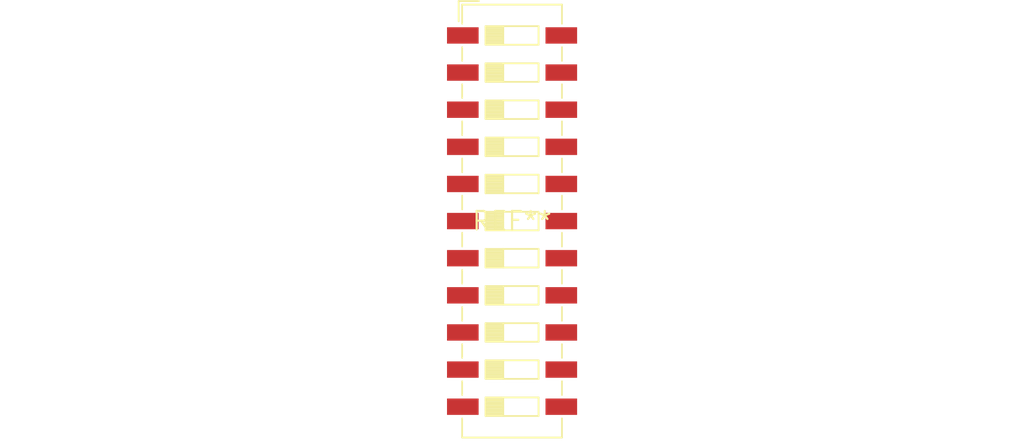
<source format=kicad_pcb>
(kicad_pcb (version 20240108) (generator pcbnew)
  (layers (0 "F.Cu" signal) (31 "B.Cu" signal) (34 "B.Paste" user) (35 "F.Paste" user) (36 "B.SilkS" user "B.Silkscreen") (37 "F.SilkS" user "F.Silkscreen") (38 "B.Mask" user) (39 "F.Mask" user) (44 "Edge.Cuts" user))
  (net 0 "")
  (footprint "SW_DIP_SPSTx11_Slide_6.7x29.5mm_W6.73mm_P2.54mm_LowProfile_JPin" (layer "F.Cu") (at 0 0)
    (property "Reference" "REF**")
    (property "Value" "SW_DIP_SPSTx11_Slide_6.7x29.5mm_W6.73mm_P2.54mm_LowProfile_JPin")
    (fp_line (start -3.65 -15.05) (end -3.65 -13.667) (layer "F.SilkS") (stroke (width 0.12)))
    (fp_line (start -3.65 -15.05) (end -2.267 -15.05) (layer "F.SilkS") (stroke (width 0.12)))
    (fp_line (start -3.41 -14.81) (end -3.41 -13.5) (layer "F.SilkS") (stroke (width 0.12)))
    (fp_line (start -3.41 -14.81) (end 3.41 -14.81) (layer "F.SilkS") (stroke (width 0.12)))
    (fp_line (start -3.41 -11.9) (end -3.41 -10.96) (layer "F.SilkS") (stroke (width 0.12)))
    (fp_line (start -3.41 -9.36) (end -3.41 -8.42) (layer "F.SilkS") (stroke (width 0.12)))
    (fp_line (start -3.41 -6.82) (end -3.41 -5.88) (layer "F.SilkS") (stroke (width 0.12)))
    (fp_line (start -3.41 -4.28) (end -3.41 -3.34) (layer "F.SilkS") (stroke (width 0.12)))
    (fp_line (start -3.41 -1.74) (end -3.41 -0.8) (layer "F.SilkS") (stroke (width 0.12)))
    (fp_line (start -3.41 0.8) (end -3.41 1.74) (layer "F.SilkS") (stroke (width 0.12)))
    (fp_line (start -3.41 3.34) (end -3.41 4.28) (layer "F.SilkS") (stroke (width 0.12)))
    (fp_line (start -3.41 5.88) (end -3.41 6.82) (layer "F.SilkS") (stroke (width 0.12)))
    (fp_line (start -3.41 8.42) (end -3.41 9.36) (layer "F.SilkS") (stroke (width 0.12)))
    (fp_line (start -3.41 10.96) (end -3.41 11.9) (layer "F.SilkS") (stroke (width 0.12)))
    (fp_line (start -3.41 13.5) (end -3.41 14.81) (layer "F.SilkS") (stroke (width 0.12)))
    (fp_line (start -3.41 14.81) (end 3.41 14.81) (layer "F.SilkS") (stroke (width 0.12)))
    (fp_line (start -1.81 -13.335) (end -1.81 -12.065) (layer "F.SilkS") (stroke (width 0.12)))
    (fp_line (start -1.81 -13.215) (end -0.603333 -13.215) (layer "F.SilkS") (stroke (width 0.12)))
    (fp_line (start -1.81 -13.095) (end -0.603333 -13.095) (layer "F.SilkS") (stroke (width 0.12)))
    (fp_line (start -1.81 -12.975) (end -0.603333 -12.975) (layer "F.SilkS") (stroke (width 0.12)))
    (fp_line (start -1.81 -12.855) (end -0.603333 -12.855) (layer "F.SilkS") (stroke (width 0.12)))
    (fp_line (start -1.81 -12.735) (end -0.603333 -12.735) (layer "F.SilkS") (stroke (width 0.12)))
    (fp_line (start -1.81 -12.615) (end -0.603333 -12.615) (layer "F.SilkS") (stroke (width 0.12)))
    (fp_line (start -1.81 -12.495) (end -0.603333 -12.495) (layer "F.SilkS") (stroke (width 0.12)))
    (fp_line (start -1.81 -12.375) (end -0.603333 -12.375) (layer "F.SilkS") (stroke (width 0.12)))
    (fp_line (start -1.81 -12.255) (end -0.603333 -12.255) (layer "F.SilkS") (stroke (width 0.12)))
    (fp_line (start -1.81 -12.135) (end -0.603333 -12.135) (layer "F.SilkS") (stroke (width 0.12)))
    (fp_line (start -1.81 -12.065) (end 1.81 -12.065) (layer "F.SilkS") (stroke (width 0.12)))
    (fp_line (start -1.81 -10.795) (end -1.81 -9.525) (layer "F.SilkS") (stroke (width 0.12)))
    (fp_line (start -1.81 -10.675) (end -0.603333 -10.675) (layer "F.SilkS") (stroke (width 0.12)))
    (fp_line (start -1.81 -10.555) (end -0.603333 -10.555) (layer "F.SilkS") (stroke (width 0.12)))
    (fp_line (start -1.81 -10.435) (end -0.603333 -10.435) (layer "F.SilkS") (stroke (width 0.12)))
    (fp_line (start -1.81 -10.315) (end -0.603333 -10.315) (layer "F.SilkS") (stroke (width 0.12)))
    (fp_line (start -1.81 -10.195) (end -0.603333 -10.195) (layer "F.SilkS") (stroke (width 0.12)))
    (fp_line (start -1.81 -10.075) (end -0.603333 -10.075) (layer "F.SilkS") (stroke (width 0.12)))
    (fp_line (start -1.81 -9.955) (end -0.603333 -9.955) (layer "F.SilkS") (stroke (width 0.12)))
    (fp_line (start -1.81 -9.835) (end -0.603333 -9.835) (layer "F.SilkS") (stroke (width 0.12)))
    (fp_line (start -1.81 -9.715) (end -0.603333 -9.715) (layer "F.SilkS") (stroke (width 0.12)))
    (fp_line (start -1.81 -9.595) (end -0.603333 -9.595) (layer "F.SilkS") (stroke (width 0.12)))
    (fp_line (start -1.81 -9.525) (end 1.81 -9.525) (layer "F.SilkS") (stroke (width 0.12)))
    (fp_line (start -1.81 -8.255) (end -1.81 -6.985) (layer "F.SilkS") (stroke (width 0.12)))
    (fp_line (start -1.81 -8.135) (end -0.603333 -8.135) (layer "F.SilkS") (stroke (width 0.12)))
    (fp_line (start -1.81 -8.015) (end -0.603333 -8.015) (layer "F.SilkS") (stroke (width 0.12)))
    (fp_line (start -1.81 -7.895) (end -0.603333 -7.895) (layer "F.SilkS") (stroke (width 0.12)))
    (fp_line (start -1.81 -7.775) (end -0.603333 -7.775) (layer "F.SilkS") (stroke (width 0.12)))
    (fp_line (start -1.81 -7.655) (end -0.603333 -7.655) (layer "F.SilkS") (stroke (width 0.12)))
    (fp_line (start -1.81 -7.535) (end -0.603333 -7.535) (layer "F.SilkS") (stroke (width 0.12)))
    (fp_line (start -1.81 -7.415) (end -0.603333 -7.415) (layer "F.SilkS") (stroke (width 0.12)))
    (fp_line (start -1.81 -7.295) (end -0.603333 -7.295) (layer "F.SilkS") (stroke (width 0.12)))
    (fp_line (start -1.81 -7.175) (end -0.603333 -7.175) (layer "F.SilkS") (stroke (width 0.12)))
    (fp_line (start -1.81 -7.055) (end -0.603333 -7.055) (layer "F.SilkS") (stroke (width 0.12)))
    (fp_line (start -1.81 -6.985) (end 1.81 -6.985) (layer "F.SilkS") (stroke (width 0.12)))
    (fp_line (start -1.81 -5.715) (end -1.81 -4.445) (layer "F.SilkS") (stroke (width 0.12)))
    (fp_line (start -1.81 -5.595) (end -0.603333 -5.595) (layer "F.SilkS") (stroke (width 0.12)))
    (fp_line (start -1.81 -5.475) (end -0.603333 -5.475) (layer "F.SilkS") (stroke (width 0.12)))
    (fp_line (start -1.81 -5.355) (end -0.603333 -5.355) (layer "F.SilkS") (stroke (width 0.12)))
    (fp_line (start -1.81 -5.235) (end -0.603333 -5.235) (layer "F.SilkS") (stroke (width 0.12)))
    (fp_line (start -1.81 -5.115) (end -0.603333 -5.115) (layer "F.SilkS") (stroke (width 0.12)))
    (fp_line (start -1.81 -4.995) (end -0.603333 -4.995) (layer "F.SilkS") (stroke (width 0.12)))
    (fp_line (start -1.81 -4.875) (end -0.603333 -4.875) (layer "F.SilkS") (stroke (width 0.12)))
    (fp_line (start -1.81 -4.755) (end -0.603333 -4.755) (layer "F.SilkS") (stroke (width 0.12)))
    (fp_line (start -1.81 -4.635) (end -0.603333 -4.635) (layer "F.SilkS") (stroke (width 0.12)))
    (fp_line (start -1.81 -4.515) (end -0.603333 -4.515) (layer "F.SilkS") (stroke (width 0.12)))
    (fp_line (start -1.81 -4.445) (end 1.81 -4.445) (layer "F.SilkS") (stroke (width 0.12)))
    (fp_line (start -1.81 -3.175) (end -1.81 -1.905) (layer "F.SilkS") (stroke (width 0.12)))
    (fp_line (start -1.81 -3.055) (end -0.603333 -3.055) (layer "F.SilkS") (stroke (width 0.12)))
    (fp_line (start -1.81 -2.935) (end -0.603333 -2.935) (layer "F.SilkS") (stroke (width 0.12)))
    (fp_line (start -1.81 -2.815) (end -0.603333 -2.815) (layer "F.SilkS") (stroke (width 0.12)))
    (fp_line (start -1.81 -2.695) (end -0.603333 -2.695) (layer "F.SilkS") (stroke (width 0.12)))
    (fp_line (start -1.81 -2.575) (end -0.603333 -2.575) (layer "F.SilkS") (stroke (width 0.12)))
    (fp_line (start -1.81 -2.455) (end -0.603333 -2.455) (layer "F.SilkS") (stroke (width 0.12)))
    (fp_line (start -1.81 -2.335) (end -0.603333 -2.335) (layer "F.SilkS") (stroke (width 0.12)))
    (fp_line (start -1.81 -2.215) (end -0.603333 -2.215) (layer "F.SilkS") (stroke (width 0.12)))
    (fp_line (start -1.81 -2.095) (end -0.603333 -2.095) (layer "F.SilkS") (stroke (width 0.12)))
    (fp_line (start -1.81 -1.975) (end -0.603333 -1.975) (layer "F.SilkS") (stroke (width 0.12)))
    (fp_line (start -1.81 -1.905) (end 1.81 -1.905) (layer "F.SilkS") (stroke (width 0.12)))
    (fp_line (start -1.81 -0.635) (end -1.81 0.635) (layer "F.SilkS") (stroke (width 0.12)))
    (fp_line (start -1.81 -0.515) (end -0.603333 -0.515) (layer "F.SilkS") (stroke (width 0.12)))
    (fp_line (start -1.81 -0.395) (end -0.603333 -0.395) (layer "F.SilkS") (stroke (width 0.12)))
    (fp_line (start -1.81 -0.275) (end -0.603333 -0.275) (layer "F.SilkS") (stroke (width 0.12)))
    (fp_line (start -1.81 -0.155) (end -0.603333 -0.155) (layer "F.SilkS") (stroke (width 0.12)))
    (fp_line (start -1.81 -0.035) (end -0.603333 -0.035) (layer "F.SilkS") (stroke (width 0.12)))
    (fp_line (start -1.81 0.085) (end -0.603333 0.085) (layer "F.SilkS") (stroke (width 0.12)))
    (fp_line (start -1.81 0.205) (end -0.603333 0.205) (layer "F.SilkS") (stroke (width 0.12)))
    (fp_line (start -1.81 0.325) (end -0.603333 0.325) (layer "F.SilkS") (stroke (width 0.12)))
    (fp_line (start -1.81 0.445) (end -0.603333 0.445) (layer "F.SilkS") (stroke (width 0.12)))
    (fp_line (start -1.81 0.565) (end -0.603333 0.565) (layer "F.SilkS") (stroke (width 0.12)))
    (fp_line (start -1.81 0.635) (end 1.81 0.635) (layer "F.SilkS") (stroke (width 0.12)))
    (fp_line (start -1.81 1.905) (end -1.81 3.175) (layer "F.SilkS") (stroke (width 0.12)))
    (fp_line (start -1.81 2.025) (end -0.603333 2.025) (layer "F.SilkS") (stroke (width 0.12)))
    (fp_line (start -1.81 2.145) (end -0.603333 2.145) (layer "F.SilkS") (stroke (width 0.12)))
    (fp_line (start -1.81 2.265) (end -0.603333 2.265) (layer "F.SilkS") (stroke (width 0.12)))
    (fp_line (start -1.81 2.385) (end -0.603333 2.385) (layer "F.SilkS") (stroke (width 0.12)))
    (fp_line (start -1.81 2.505) (end -0.603333 2.505) (layer "F.SilkS") (stroke (width 0.12)))
    (fp_line (start -1.81 2.625) (end -0.603333 2.625) (layer "F.SilkS") (stroke (width 0.12)))
    (fp_line (start -1.81 2.745) (end -0.603333 2.745) (layer "F.SilkS") (stroke (width 0.12)))
    (fp_line (start -1.81 2.865) (end -0.603333 2.865) (layer "F.SilkS") (stroke (width 0.12)))
    (fp_line (start -1.81 2.985) (end -0.603333 2.985) (layer "F.SilkS") (stroke (width 0.12)))
    (fp_line (start -1.81 3.105) (end -0.603333 3.105) (layer "F.SilkS") (stroke (width 0.12)))
    (fp_line (start -1.81 3.175) (end 1.81 3.175) (layer "F.SilkS") (stroke (width 0.12)))
    (fp_line (start -1.81 4.445) (end -1.81 5.715) (layer "F.SilkS") (stroke (width 0.12)))
    (fp_line (start -1.81 4.565) (end -0.603333 4.565) (layer "F.SilkS") (stroke (width 0.12)))
    (fp_line (start -1.81 4.685) (end -0.603333 4.685) (layer "F.SilkS") (stroke (width 0.12)))
    (fp_line (start -1.81 4.805) (end -0.603333 4.805) (layer "F.SilkS") (stroke (width 0.12)))
    (fp_line (start -1.81 4.925) (end -0.603333 4.925) (layer "F.SilkS") (stroke (width 0.12)))
    (fp_line (start -1.81 5.045) (end -0.603333 5.045) (layer "F.SilkS") (stroke (width 0.12)))
    (fp_line (start -1.81 5.165) (end -0.603333 5.165) (layer "F.SilkS") (stroke (width 0.12)))
    (fp_line (start -1.81 5.285) (end -0.603333 5.285) (layer "F.SilkS") (stroke (width 0.12)))
    (fp_line (start -1.81 5.405) (end -0.603333 5.405) (layer "F.SilkS") (stroke (width 0.12)))
    (fp_line (start -1.81 5.525) (end -0.603333 5.525) (layer "F.SilkS") (stroke (width 0.12)))
    (fp_line (start -1.81 5.645) (end -0.603333 5.645) (layer "F.SilkS") (stroke (width 0.12)))
    (fp_line (start -1.81 5.715) (end 1.81 5.715) (layer "F.SilkS") (stroke (width 0.12)))
    (fp_line (start -1.81 6.985) (end -1.81 8.255) (layer "F.SilkS") (stroke (width 0.12)))
    (fp_line (start -1.81 7.105) (end -0.603333 7.105) (layer "F.SilkS") (stroke (width 0.12)))
    (fp_line (start -1.81 7.225) (end -0.603333 7.225) (layer "F.SilkS") (stroke (width 0.12)))
    (fp_line (start -1.81 7.345) (end -0.603333 7.345) (layer "F.SilkS") (stroke (width 0.12)))
    (fp_line (start -1.81 7.465) (end -0.603333 7.465) (layer "F.SilkS") (stroke (width 0.12)))
    (fp_line (start -1.81 7.585) (end -0.603333 7.585) (layer "F.SilkS") (stroke (width 0.12)))
    (fp_line (start -1.81 7.705) (end -0.603333 7.705) (layer "F.SilkS") (stroke (width 0.12)))
    (fp_line (start -1.81 7.825) (end -0.603333 7.825) (layer "F.SilkS") (stroke (width 0.12)))
    (fp_line (start -1.81 7.945) (end -0.603333 7.945) (layer "F.SilkS") (stroke (width 0.12)))
    (fp_line (start -1.81 8.065) (end -0.603333 8.065) (layer "F.SilkS") (stroke (width 0.12)))
    (fp_line (start -1.81 8.185) (end -0.603333 8.185) (layer "F.SilkS") (stroke (width 0.12)))
    (fp_line (start -1.81 8.255) (end 1.81 8.255) (layer "F.SilkS") (stroke (width 0.12)))
    (fp_line (start -1.81 9.525) (end -1.81 10.795) (layer "F.SilkS") (stroke (width 0.12)))
    (fp_line (start -1.81 9.645) (end -0.603333 9.645) (layer "F.SilkS") (stroke (width 0.12)))
    (fp_line (start -1.81 9.765) (end -0.603333 9.765) (layer "F.SilkS") (stroke (width 0.12)))
    (fp_line (start -1.81 9.885) (end -0.603333 9.885) (layer "F.SilkS") (stroke (width 0.12)))
    (fp_line (start -1.81 10.005) (end -0.603333 10.005) (layer "F.SilkS") (stroke (width 0.12)))
    (fp_line (start -1.81 10.125) (end -0.603333 10.125) (layer "F.SilkS") (stroke (width 0.12)))
    (fp_line (start -1.81 10.245) (end -0.603333 10.245) (layer "F.SilkS") (stroke (width 0.12)))
    (fp_line (start -1.81 10.365) (end -0.603333 10.365) (layer "F.SilkS") (stroke (width 0.12)))
    (fp_line (start -1.81 10.485) (end -0.603333 10.485) (layer "F.SilkS") (stroke (width 0.12)))
    (fp_line (start -1.81 10.605) (end -0.603333 10.605) (layer "F.SilkS") (stroke (width 0.12)))
    (fp_line (start -1.81 10.725) (end -0.603333 10.725) (layer "F.SilkS") (stroke (width 0.12)))
    (fp_line (start -1.81 10.795) (end 1.81 10.795) (layer "F.SilkS") (stroke (width 0.12)))
    (fp_line (start -1.81 12.065) (end -1.81 13.335) (layer "F.SilkS") (stroke (width 0.12)))
    (fp_line (start -1.81 12.185) (end -0.603333 12.185) (layer "F.SilkS") (stroke (width 0.12)))
    (fp_line (start -1.81 12.305) (end -0.603333 12.305) (layer "F.SilkS") (stroke (width 0.12)))
    (fp_line (start -1.81 12.425) (end -0.603333 12.425) (layer "F.SilkS") (stroke (width 0.12)))
    (fp_line (start -1.81 12.545) (end -0.603333 12.545) (layer "F.SilkS") (stroke (width 0.12)))
    (fp_line (start -1.81 12.665) (end -0.603333 12.665) (layer "F.SilkS") (stroke (width 0.12)))
    (fp_line (start -1.81 12.785) (end -0.603333 12.785) (layer "F.SilkS") (stroke (width 0.12)))
    (fp_line (start -1.81 12.905) (end -0.603333 12.905) (layer "F.SilkS") (stroke (width 0.12)))
    (fp_line (start -1.81 13.025) (end -0.603333 13.025) (layer "F.SilkS") (stroke (width 0.12)))
    (fp_line (start -1.81 13.145) (end -0.603333 13.145) (layer "F.SilkS") (stroke (width 0.12)))
    (fp_line (start -1.81 13.265) (end -0.603333 13.265) (layer "F.SilkS") (stroke (width 0.12)))
    (fp_line (start -1.81 13.335) (end 1.81 13.335) (layer "F.SilkS") (stroke (width 0.12)))
    (fp_line (start -0.603333 -13.335) (end -0.603333 -12.065) (layer "F.SilkS") (stroke (width 0.12)))
    (fp_line (start -0.603333 -10.795) (end -0.603333 -9.525) (layer "F.SilkS") (stroke (width 0.12)))
    (fp_line (start -0.603333 -8.255) (end -0.603333 -6.985) (layer "F.SilkS") (stroke (width 0.12)))
    (fp_line (start -0.603333 -5.715) (end -0.603333 -4.445) (layer "F.SilkS") (stroke (width 0.12)))
    (fp_line (start -0.603333 -3.175) (end -0.603333 -1.905) (layer "F.SilkS") (stroke (width 0.12)))
    (fp_line (start -0.603333 -0.635) (end -0.603333 0.635) (layer "F.SilkS") (stroke (width 0.12)))
    (fp_line (start -0.603333 1.905) (end -0.603333 3.175) (layer "F.SilkS") (stroke (width 0.12)))
    (fp_line (start -0.603333 4.445) (end -0.603333 5.715) (layer "F.SilkS") (stroke (width 0.12)))
    (fp_line (start -0.603333 6.985) (end -0.603333 8.255) (layer "F.SilkS") (stroke (width 0.12)))
    (fp_line (start -0.603333 9.525) (end -0.603333 10.795) (layer "F.SilkS") (stroke (width 0.12)))
    (fp_line (start -0.603333 12.065) (end -0.603333 13.335) (layer "F.SilkS") (stroke (width 0.12)))
    (fp_line (start 1.81 -13.335) (end -1.81 -13.335) (layer "F.SilkS") (stroke (width 0.12)))
    (fp_line (start 1.81 -12.065) (end 1.81 -13.335) (layer "F.SilkS") (stroke (width 0.12)))
    (fp_line (start 1.81 -10.795) (end -1.81 -10.795) (layer "F.SilkS") (stroke (width 0.12)))
    (fp_line (start 1.81 -9.525) (end 1.81 -10.795) (layer "F.SilkS") (stroke (width 0.12)))
    (fp_line (start 1.81 -8.255) (end -1.81 -8.255) (layer "F.SilkS") (stroke (width 0.12)))
    (fp_line (start 1.81 -6.985) (end 1.81 -8.255) (layer "F.SilkS") (stroke (width 0.12)))
    (fp_line (start 1.81 -5.715) (end -1.81 -5.715) (layer "F.SilkS") (stroke (width 0.12)))
    (fp_line (start 1.81 -4.445) (end 1.81 -5.715) (layer "F.SilkS") (stroke (width 0.12)))
    (fp_line (start 1.81 -3.175) (end -1.81 -3.175) (layer "F.SilkS") (stroke (width 0.12)))
    (fp_line (start 1.81 -1.905) (end 1.81 -3.175) (layer "F.SilkS") (stroke (width 0.12)))
    (fp_line (start 1.81 -0.635) (end -1.81 -0.635) (layer "F.SilkS") (stroke (width 0.12)))
    (fp_line (start 1.81 0.635) (end 1.81 -0.635) (layer "F.SilkS") (stroke (width 0.12)))
    (fp_line (start 1.81 1.905) (end -1.81 1.905) (layer "F.SilkS") (stroke (width 0.12)))
    (fp_line (start 1.81 3.175) (end 1.81 1.905) (layer "F.SilkS") (stroke (width 0.12)))
    (fp_line (start 1.81 4.445) (end -1.81 4.445) (layer "F.SilkS") (stroke (width 0.12)))
    (fp_line (start 1.81 5.715) (end 1.81 4.445) (layer "F.SilkS") (stroke (width 0.12)))
    (fp_line (start 1.81 6.985) (end -1.81 6.985) (layer "F.SilkS") (stroke (width 0.12)))
    (fp_line (start 1.81 8.255) (end 1.81 6.985) (layer "F.SilkS") (stroke (width 0.12)))
    (fp_line (start 1.81 9.525) (end -1.81 9.525) (layer "F.SilkS") (stroke (width 0.12)))
    (fp_line (start 1.81 10.795) (end 1.81 9.525) (layer "F.SilkS") (stroke (width 0.12)))
    (fp_line (start 1.81 12.065) (end -1.81 12.065) (layer "F.SilkS") (stroke (width 0.12)))
    (fp_line (start 1.81 13.335) (end 1.81 12.065) (layer "F.SilkS") (stroke (width 0.12)))
    (fp_line (start 3.41 -14.81) (end 3.41 -13.5) (layer "F.SilkS") (stroke (width 0.12)))
    (fp_line (start 3.41 -11.899) (end 3.41 -10.959) (layer "F.SilkS") (stroke (width 0.12)))
    (fp_line (start 3.41 -9.359) (end 3.41 -8.419) (layer "F.SilkS") (stroke (width 0.12)))
    (fp_line (start 3.41 -6.819) (end 3.41 -5.879) (layer "F.SilkS") (stroke (width 0.12)))
    (fp_line (start 3.41 -4.279) (end 3.41 -3.339) (layer "F.SilkS") (stroke (width 0.12)))
    (fp_line (start 3.41 -1.739) (end 3.41 -0.799) (layer "F.SilkS") (stroke (width 0.12)))
    (fp_line (start 3.41 0.801) (end 3.41 1.741) (layer "F.SilkS") (stroke (width 0.12)))
    (fp_line (start 3.41 3.341) (end 3.41 4.28) (layer "F.SilkS") (stroke (width 0.12)))
    (fp_line (start 3.41 5.88) (end 3.41 6.82) (layer "F.SilkS") (stroke (width 0.12)))
    (fp_line (start 3.41 8.42) (end 3.41 9.36) (layer "F.SilkS") (stroke (width 0.12)))
    (fp_line (start 3.41 10.96) (end 3.41 11.9) (layer "F.SilkS") (stroke (width 0.12)))
    (fp_line (start 3.41 13.5) (end 3.41 14.81) (layer "F.SilkS") (stroke (width 0.12)))
    (pad "1" smd rect (at -3.365 -12.7) (size 2.16 1.12) (layers "F.Cu" "F.Paste" "F.Mask"))
    (pad "2" smd rect (at -3.365 -10.16) (size 2.16 1.12) (layers "F.Cu" "F.Paste" "F.Mask"))
    (pad "3" smd rect (at -3.365 -7.62) (size 2.16 1.12) (layers "F.Cu" "F.Paste" "F.Mask"))
    (pad "4" smd rect (at -3.365 -5.08) (size 2.16 1.12) (layers "F.Cu" "F.Paste" "F.Mask"))
    (pad "5" smd rect (at -3.365 -2.54) (size 2.16 1.12) (layers "F.Cu" "F.Paste" "F.Mask"))
    (pad "6" smd rect (at -3.365 0) (size 2.16 1.12) (layers "F.Cu" "F.Paste" "F.Mask"))
    (pad "7" smd rect (at -3.365 2.54) (size 2.16 1.12) (layers "F.Cu" "F.Paste" "F.Mask"))
    (pad "8" smd rect (at -3.365 5.08) (size 2.16 1.12) (layers "F.Cu" "F.Paste" "F.Mask"))
    (pad "9" smd rect (at -3.365 7.62) (size 2.16 1.12) (layers "F.Cu" "F.Paste" "F.Mask"))
    (pad "10" smd rect (at -3.365 10.16) (size 2.16 1.12) (layers "F.Cu" "F.Paste" "F.Mask"))
    (pad "11" smd rect (at -3.365 12.7) (size 2.16 1.12) (layers "F.Cu" "F.Paste" "F.Mask"))
    (pad "12" smd rect (at 3.365 12.7) (size 2.16 1.12) (layers "F.Cu" "F.Paste" "F.Mask"))
    (pad "13" smd rect (at 3.365 10.16) (size 2.16 1.12) (layers "F.Cu" "F.Paste" "F.Mask"))
    (pad "14" smd rect (at 3.365 7.62) (size 2.16 1.12) (layers "F.Cu" "F.Paste" "F.Mask"))
    (pad "15" smd rect (at 3.365 5.08) (size 2.16 1.12) (layers "F.Cu" "F.Paste" "F.Mask"))
    (pad "16" smd rect (at 3.365 2.54) (size 2.16 1.12) (layers "F.Cu" "F.Paste" "F.Mask"))
    (pad "17" smd rect (at 3.365 0) (size 2.16 1.12) (layers "F.Cu" "F.Paste" "F.Mask"))
    (pad "18" smd rect (at 3.365 -2.54) (size 2.16 1.12) (layers "F.Cu" "F.Paste" "F.Mask"))
    (pad "19" smd rect (at 3.365 -5.08) (size 2.16 1.12) (layers "F.Cu" "F.Paste" "F.Mask"))
    (pad "20" smd rect (at 3.365 -7.62) (size 2.16 1.12) (layers "F.Cu" "F.Paste" "F.Mask"))
    (pad "21" smd rect (at 3.365 -10.16) (size 2.16 1.12) (layers "F.Cu" "F.Paste" "F.Mask"))
    (pad "22" smd rect (at 3.365 -12.7) (size 2.16 1.12) (layers "F.Cu" "F.Paste" "F.Mask"))
  )
)
</source>
